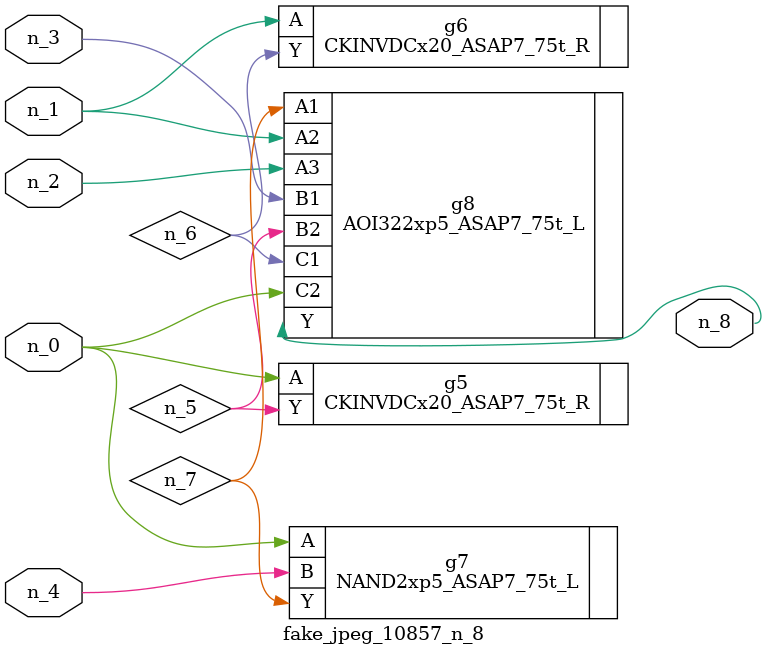
<source format=v>
module fake_jpeg_10857_n_8 (n_3, n_2, n_1, n_0, n_4, n_8);

input n_3;
input n_2;
input n_1;
input n_0;
input n_4;

output n_8;

wire n_6;
wire n_5;
wire n_7;

CKINVDCx20_ASAP7_75t_R g5 ( 
.A(n_0),
.Y(n_5)
);

CKINVDCx20_ASAP7_75t_R g6 ( 
.A(n_1),
.Y(n_6)
);

NAND2xp5_ASAP7_75t_L g7 ( 
.A(n_0),
.B(n_4),
.Y(n_7)
);

AOI322xp5_ASAP7_75t_L g8 ( 
.A1(n_7),
.A2(n_1),
.A3(n_2),
.B1(n_3),
.B2(n_5),
.C1(n_6),
.C2(n_0),
.Y(n_8)
);


endmodule
</source>
